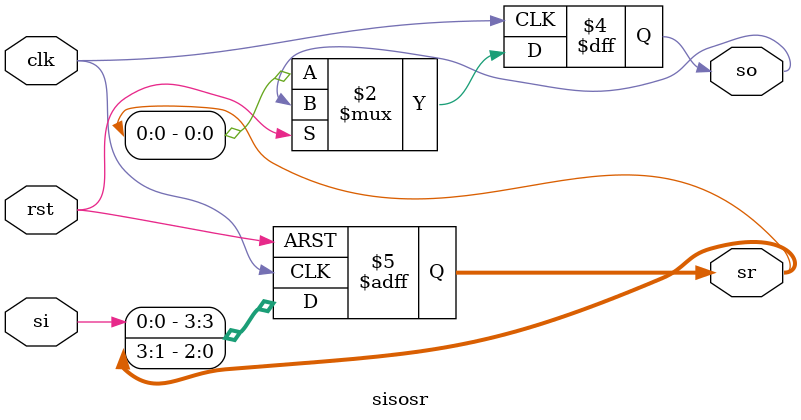
<source format=v>
`timescale 1ns / 1ps


module sisosr(
input si,clk,rst,
output reg so, 
output reg[3:0]sr  );

always @ (posedge clk or posedge rst)
if(rst)
sr=4'b0000;
else
begin
sr[3]<=si;
sr[2]<=sr[3];
sr[1]<=sr[2];
sr[0]<=sr[1];
so<=sr[0];
end
endmodule

</source>
